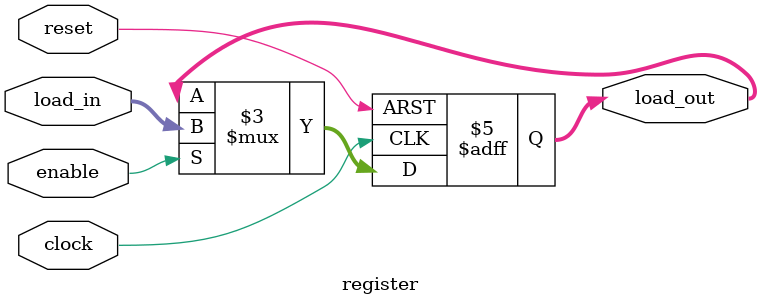
<source format=v>


`timescale 1ns/10ps

module register (
    load_in,
    load_out,
    enable,
    clock,
    reset
);


input [31:0] load_in;
output [31:0] load_out;
reg [31:0] load_out;
input enable;
input clock;
input reset;




always @(posedge clock, negedge reset) begin: REGISTER_SHIFTER
    if (reset == 0) begin
        load_out <= 0;
    end
    else begin
        if (enable) begin
            load_out <= load_in;
        end
    end
end

endmodule

</source>
